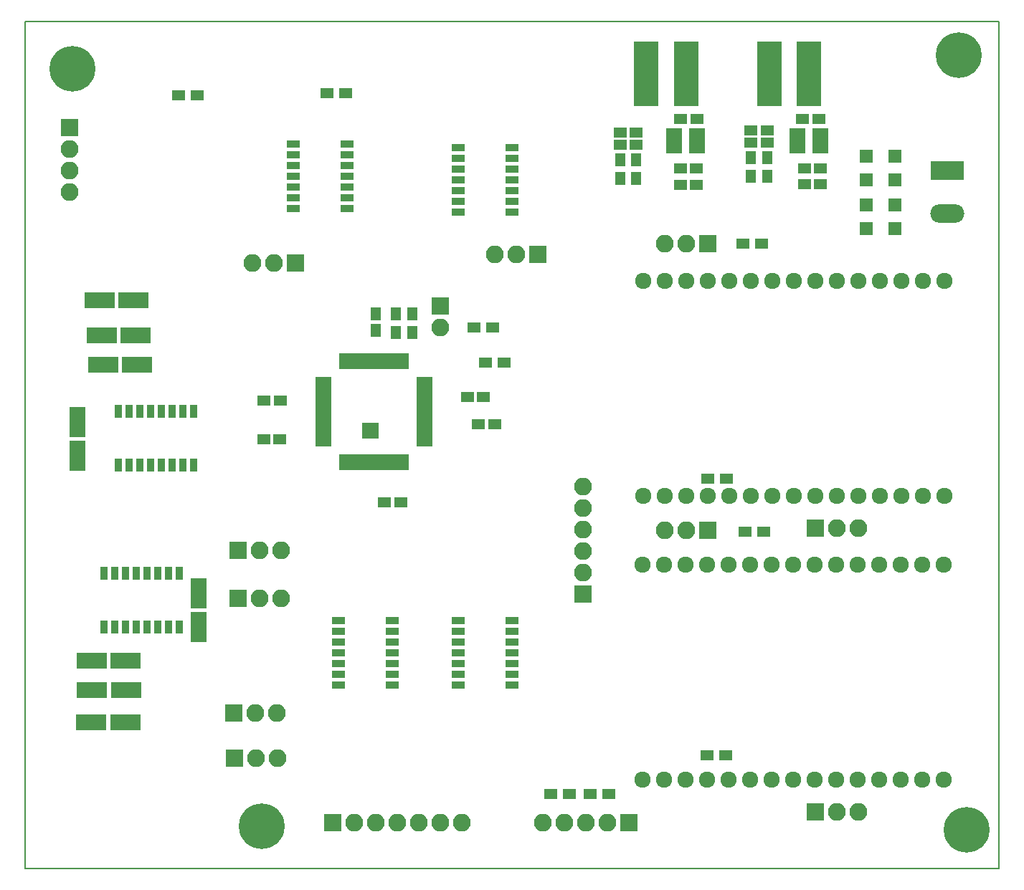
<source format=gbr>
G04 #@! TF.FileFunction,Soldermask,Bot*
%FSLAX46Y46*%
G04 Gerber Fmt 4.6, Leading zero omitted, Abs format (unit mm)*
G04 Created by KiCad (PCBNEW 4.0.6) date 07/05/17 08:39:23*
%MOMM*%
%LPD*%
G01*
G04 APERTURE LIST*
%ADD10C,0.100000*%
%ADD11C,0.150000*%
%ADD12R,1.900000X0.650000*%
%ADD13R,0.650000X1.900000*%
%ADD14R,4.000000X2.200000*%
%ADD15O,4.000000X2.200000*%
%ADD16C,5.400000*%
%ADD17R,1.600000X1.150000*%
%ADD18R,1.150000X1.600000*%
%ADD19R,3.600000X1.900000*%
%ADD20R,1.900000X3.600000*%
%ADD21R,1.500000X1.500000*%
%ADD22R,2.100000X2.100000*%
%ADD23O,2.100000X2.100000*%
%ADD24R,3.000000X7.700000*%
%ADD25R,1.300000X1.600000*%
%ADD26R,1.600000X1.300000*%
%ADD27R,1.960000X1.050000*%
%ADD28R,1.543000X0.908000*%
%ADD29C,1.924000*%
%ADD30R,0.908000X1.543000*%
G04 APERTURE END LIST*
D10*
D11*
X66000000Y-35000000D02*
X66000000Y-135000000D01*
X66000000Y-135000000D02*
X181000000Y-135000000D01*
X181000000Y-35000000D02*
X181000000Y-135000000D01*
X66000000Y-35000000D02*
X181000000Y-35000000D01*
D12*
X101260000Y-84830000D03*
X101260000Y-84330000D03*
X101260000Y-83830000D03*
X101260000Y-83330000D03*
X101260000Y-82830000D03*
X101260000Y-82330000D03*
X101260000Y-81830000D03*
X101260000Y-81330000D03*
X101260000Y-80830000D03*
X101260000Y-80330000D03*
X101260000Y-79830000D03*
X101260000Y-79330000D03*
X101260000Y-78830000D03*
X101260000Y-78330000D03*
X101260000Y-77830000D03*
X101260000Y-77330000D03*
D13*
X103460000Y-75130000D03*
X103960000Y-75130000D03*
X104460000Y-75130000D03*
X104960000Y-75130000D03*
X105460000Y-75130000D03*
X105960000Y-75130000D03*
X106460000Y-75130000D03*
X106960000Y-75130000D03*
X107460000Y-75130000D03*
X107960000Y-75130000D03*
X108460000Y-75130000D03*
X108960000Y-75130000D03*
X109460000Y-75130000D03*
X109960000Y-75130000D03*
X110460000Y-75130000D03*
X110960000Y-75130000D03*
D12*
X113160000Y-77330000D03*
X113160000Y-77830000D03*
X113160000Y-78330000D03*
X113160000Y-78830000D03*
X113160000Y-79330000D03*
X113160000Y-79830000D03*
X113160000Y-80330000D03*
X113160000Y-80830000D03*
X113160000Y-81330000D03*
X113160000Y-81830000D03*
X113160000Y-82330000D03*
X113160000Y-82830000D03*
X113160000Y-83330000D03*
X113160000Y-83830000D03*
X113160000Y-84330000D03*
X113160000Y-84830000D03*
D13*
X110960000Y-87030000D03*
X110460000Y-87030000D03*
X109960000Y-87030000D03*
X109460000Y-87030000D03*
X108960000Y-87030000D03*
X108460000Y-87030000D03*
X107960000Y-87030000D03*
X107460000Y-87030000D03*
X106960000Y-87030000D03*
X106460000Y-87030000D03*
X105960000Y-87030000D03*
X105460000Y-87030000D03*
X104960000Y-87030000D03*
X104460000Y-87030000D03*
X103960000Y-87030000D03*
X103460000Y-87030000D03*
D10*
G36*
X105810000Y-84240000D02*
X105810000Y-82340000D01*
X107710000Y-82340000D01*
X107710000Y-84240000D01*
X105810000Y-84240000D01*
X105810000Y-84240000D01*
G37*
D14*
X174880000Y-52580000D03*
D15*
X174880000Y-57660000D03*
D16*
X71630000Y-40510000D03*
X93980000Y-130050000D03*
X177170000Y-130430000D03*
D17*
X143390000Y-52290000D03*
X145290000Y-52290000D03*
X158025000Y-52335000D03*
X159925000Y-52335000D03*
X145290000Y-54260000D03*
X143390000Y-54260000D03*
X159925000Y-54225000D03*
X158025000Y-54225000D03*
X145310000Y-46480000D03*
X143410000Y-46480000D03*
X159720000Y-46480000D03*
X157820000Y-46480000D03*
X136270000Y-49510000D03*
X138170000Y-49510000D03*
X151700000Y-49300000D03*
X153600000Y-49300000D03*
X136270000Y-48050000D03*
X138170000Y-48050000D03*
X151700000Y-47840000D03*
X153600000Y-47840000D03*
X96110000Y-79780000D03*
X94210000Y-79780000D03*
D18*
X107370000Y-71440000D03*
X107370000Y-69540000D03*
D17*
X118210000Y-79350000D03*
X120110000Y-79350000D03*
X119550000Y-82510000D03*
X121450000Y-82510000D03*
X108450000Y-91740000D03*
X110350000Y-91740000D03*
X96100000Y-84330000D03*
X94200000Y-84330000D03*
D19*
X75230000Y-75500000D03*
X79230000Y-75500000D03*
X75070000Y-72030000D03*
X79070000Y-72030000D03*
X74820000Y-67940000D03*
X78820000Y-67940000D03*
D20*
X72150000Y-82260000D03*
X72150000Y-86260000D03*
D19*
X77830000Y-117740000D03*
X73830000Y-117740000D03*
X77910000Y-113970000D03*
X73910000Y-113970000D03*
X73860000Y-110450000D03*
X77860000Y-110450000D03*
D20*
X86530000Y-106510000D03*
X86530000Y-102510000D03*
D21*
X165340000Y-53640000D03*
X165340000Y-50840000D03*
X168680000Y-59450000D03*
X168680000Y-56650000D03*
X168680000Y-50840000D03*
X168680000Y-53640000D03*
D22*
X71290000Y-47470000D03*
D23*
X71290000Y-50010000D03*
X71290000Y-52550000D03*
X71290000Y-55090000D03*
D22*
X115062000Y-68580000D03*
D23*
X115062000Y-71120000D03*
D22*
X131840000Y-102590000D03*
D23*
X131840000Y-100050000D03*
X131840000Y-97510000D03*
X131840000Y-94970000D03*
X131840000Y-92430000D03*
X131840000Y-89890000D03*
D22*
X102320000Y-129620000D03*
D23*
X104860000Y-129620000D03*
X107400000Y-129620000D03*
X109940000Y-129620000D03*
X112480000Y-129620000D03*
X115020000Y-129620000D03*
X117560000Y-129620000D03*
D22*
X137270000Y-129650000D03*
D23*
X134730000Y-129650000D03*
X132190000Y-129650000D03*
X129650000Y-129650000D03*
X127110000Y-129650000D03*
D22*
X126510000Y-62470000D03*
D23*
X123970000Y-62470000D03*
X121430000Y-62470000D03*
D22*
X97900000Y-63480000D03*
D23*
X95360000Y-63480000D03*
X92820000Y-63480000D03*
D22*
X146570000Y-95050000D03*
D23*
X144030000Y-95050000D03*
X141490000Y-95050000D03*
D22*
X159310000Y-128320000D03*
D23*
X161850000Y-128320000D03*
X164390000Y-128320000D03*
D22*
X146590000Y-61170000D03*
D23*
X144050000Y-61170000D03*
X141510000Y-61170000D03*
D22*
X159350000Y-94850000D03*
D23*
X161890000Y-94850000D03*
X164430000Y-94850000D03*
D22*
X90640000Y-116680000D03*
D23*
X93180000Y-116680000D03*
X95720000Y-116680000D03*
D22*
X90770000Y-121970000D03*
D23*
X93310000Y-121970000D03*
X95850000Y-121970000D03*
D22*
X91140000Y-97450000D03*
D23*
X93680000Y-97450000D03*
X96220000Y-97450000D03*
D22*
X91140000Y-103150000D03*
D23*
X93680000Y-103150000D03*
X96220000Y-103150000D03*
D24*
X144040000Y-41180000D03*
X139340000Y-41180000D03*
X158560000Y-41180000D03*
X153860000Y-41180000D03*
D25*
X136270000Y-51280000D03*
X136270000Y-53480000D03*
X138170000Y-53470000D03*
X138170000Y-51270000D03*
X151700000Y-51070000D03*
X151700000Y-53270000D03*
X153600000Y-53270000D03*
X153600000Y-51070000D03*
D26*
X121242000Y-71120000D03*
X119042000Y-71120000D03*
D25*
X111760000Y-71712000D03*
X111760000Y-69512000D03*
D26*
X130230000Y-126270000D03*
X128030000Y-126270000D03*
X134910000Y-126270000D03*
X132710000Y-126270000D03*
X146550000Y-121680000D03*
X148750000Y-121680000D03*
X151046000Y-95250000D03*
X153246000Y-95250000D03*
X146640000Y-89010000D03*
X148840000Y-89010000D03*
X150730000Y-61180000D03*
X152930000Y-61180000D03*
D27*
X145320000Y-48120000D03*
X145320000Y-49070000D03*
X145320000Y-50020000D03*
X142620000Y-50020000D03*
X142620000Y-48120000D03*
X142620000Y-49070000D03*
X159920000Y-48120000D03*
X159920000Y-49070000D03*
X159920000Y-50020000D03*
X157220000Y-50020000D03*
X157220000Y-48120000D03*
X157220000Y-49070000D03*
D28*
X117158000Y-57510000D03*
X117158000Y-56240000D03*
X117158000Y-54970000D03*
X117158000Y-53700000D03*
X117158000Y-52430000D03*
X117158000Y-51160000D03*
X117158000Y-49890000D03*
X123508000Y-49890000D03*
X123508000Y-51160000D03*
X123508000Y-53700000D03*
X123508000Y-54970000D03*
X123508000Y-56240000D03*
X123508000Y-57510000D03*
X123508000Y-52430000D03*
X97668000Y-57040000D03*
X97668000Y-55770000D03*
X97668000Y-54500000D03*
X97668000Y-53230000D03*
X97668000Y-51960000D03*
X97668000Y-50690000D03*
X97668000Y-49420000D03*
X104018000Y-49420000D03*
X104018000Y-50690000D03*
X104018000Y-53230000D03*
X104018000Y-54500000D03*
X104018000Y-55770000D03*
X104018000Y-57040000D03*
X104018000Y-51960000D03*
X123502000Y-105710000D03*
X123502000Y-106980000D03*
X123502000Y-108250000D03*
X123502000Y-109520000D03*
X123502000Y-110790000D03*
X123502000Y-112060000D03*
X123502000Y-113330000D03*
X117152000Y-113330000D03*
X117152000Y-112060000D03*
X117152000Y-109520000D03*
X117152000Y-108250000D03*
X117152000Y-106980000D03*
X117152000Y-105710000D03*
X117152000Y-110790000D03*
X109362000Y-105770000D03*
X109362000Y-107040000D03*
X109362000Y-108310000D03*
X109362000Y-109580000D03*
X109362000Y-110850000D03*
X109362000Y-112120000D03*
X109362000Y-113390000D03*
X103012000Y-113390000D03*
X103012000Y-112120000D03*
X103012000Y-109580000D03*
X103012000Y-108310000D03*
X103012000Y-107040000D03*
X103012000Y-105770000D03*
X103012000Y-110850000D03*
D29*
X138940000Y-99110000D03*
X141480000Y-99110000D03*
X144020000Y-99110000D03*
X146560000Y-99110000D03*
X149100000Y-99110000D03*
X151640000Y-99110000D03*
X154180000Y-99110000D03*
X156720000Y-99110000D03*
X159260000Y-99110000D03*
X161800000Y-99110000D03*
X164340000Y-99110000D03*
X166880000Y-99110000D03*
X169420000Y-99110000D03*
X171960000Y-99110000D03*
X174500000Y-99110000D03*
X174500000Y-124510000D03*
X171960000Y-124510000D03*
X169420000Y-124510000D03*
X166880000Y-124510000D03*
X164340000Y-124510000D03*
X161800000Y-124510000D03*
X159260000Y-124510000D03*
X156720000Y-124510000D03*
X154180000Y-124510000D03*
X151640000Y-124510000D03*
X149100000Y-124510000D03*
X146560000Y-124510000D03*
X144020000Y-124510000D03*
X141480000Y-124510000D03*
X138940000Y-124510000D03*
X139010000Y-65610000D03*
X141550000Y-65610000D03*
X144090000Y-65610000D03*
X146630000Y-65610000D03*
X149170000Y-65610000D03*
X151710000Y-65610000D03*
X154250000Y-65610000D03*
X156790000Y-65610000D03*
X159330000Y-65610000D03*
X161870000Y-65610000D03*
X164410000Y-65610000D03*
X166950000Y-65610000D03*
X169490000Y-65610000D03*
X172030000Y-65610000D03*
X174570000Y-65610000D03*
X174570000Y-91010000D03*
X172030000Y-91010000D03*
X169490000Y-91010000D03*
X166950000Y-91010000D03*
X164410000Y-91010000D03*
X161870000Y-91010000D03*
X159330000Y-91010000D03*
X156790000Y-91010000D03*
X154250000Y-91010000D03*
X151710000Y-91010000D03*
X149170000Y-91010000D03*
X146630000Y-91010000D03*
X144090000Y-91010000D03*
X141550000Y-91010000D03*
X139010000Y-91010000D03*
D30*
X84185000Y-100195000D03*
X81645000Y-100195000D03*
X80375000Y-100195000D03*
X79105000Y-100195000D03*
X77835000Y-100195000D03*
X76565000Y-100195000D03*
X75295000Y-100195000D03*
X75295000Y-106545000D03*
X76565000Y-106545000D03*
X77835000Y-106545000D03*
X79105000Y-106545000D03*
X80375000Y-106545000D03*
X81645000Y-106545000D03*
X82915000Y-106545000D03*
X84185000Y-106545000D03*
X82915000Y-100195000D03*
X76985000Y-87335000D03*
X79525000Y-87335000D03*
X80795000Y-87335000D03*
X82065000Y-87335000D03*
X83335000Y-87335000D03*
X84605000Y-87335000D03*
X85875000Y-87335000D03*
X85875000Y-80985000D03*
X84605000Y-80985000D03*
X83335000Y-80985000D03*
X82065000Y-80985000D03*
X80795000Y-80985000D03*
X79525000Y-80985000D03*
X78255000Y-80985000D03*
X76985000Y-80985000D03*
X78255000Y-87335000D03*
D21*
X165340000Y-56650000D03*
X165340000Y-59450000D03*
D25*
X109820000Y-69520000D03*
X109820000Y-71720000D03*
D16*
X176240000Y-38960000D03*
D26*
X86350000Y-43650000D03*
X84150000Y-43650000D03*
X101660000Y-43470000D03*
X103860000Y-43470000D03*
X122570000Y-75240000D03*
X120370000Y-75240000D03*
M02*

</source>
